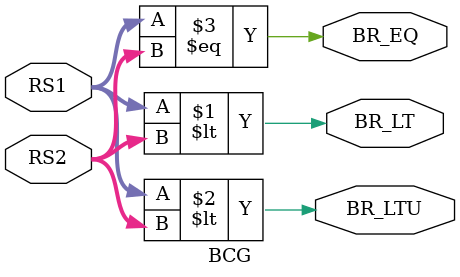
<source format=sv>
`timescale 1ns / 1ps

module BCG(
    input logic [31:0] RS1,
    input logic [31:0] RS2,
    output logic BR_EQ,
    output logic BR_LT,
    output logic BR_LTU
    );
    
    // Assign outputs using conditional logic operators.
    assign BR_LT = $signed(RS1) < $signed(RS2);
    assign BR_LTU = RS1 < RS2;
    assign BR_EQ = RS1 == RS2;
    
endmodule

</source>
